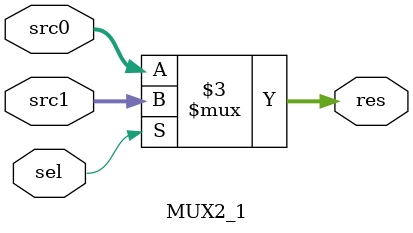
<source format=v>
`timescale 1ns / 1ps

module MUX2_1(
input [31:0] src0, src1,
input sel,
output reg [31:0] res
);
always @(*) begin
    res=(sel==0?src0:src1);
end
endmodule

</source>
